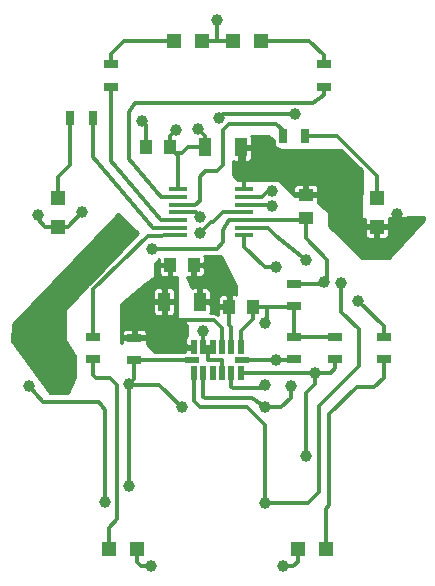
<source format=gtl>
G04 #@! TF.FileFunction,Copper,L1,Top,Signal*
%FSLAX46Y46*%
G04 Gerber Fmt 4.6, Leading zero omitted, Abs format (unit mm)*
G04 Created by KiCad (PCBNEW (2014-11-29 BZR 5307)-product) date 2/1/2015 9:55:14 PM*
%MOMM*%
G01*
G04 APERTURE LIST*
%ADD10C,0.150000*%
%ADD11R,1.600000X0.350000*%
%ADD12R,1.000000X1.250000*%
%ADD13R,1.000000X1.600000*%
%ADD14R,1.250000X1.000000*%
%ADD15R,1.200000X1.200000*%
%ADD16R,1.300000X0.700000*%
%ADD17R,0.700000X1.300000*%
%ADD18R,0.550000X1.145000*%
%ADD19R,1.145000X0.550000*%
%ADD20C,1.000000*%
%ADD21C,0.300000*%
%ADD22C,0.254000*%
G04 APERTURE END LIST*
D10*
D11*
X109200000Y-102550000D03*
X109200000Y-103200000D03*
X109200000Y-103850000D03*
X109200000Y-104500000D03*
X109200000Y-105150000D03*
X109200000Y-105800000D03*
X109200000Y-106450000D03*
X114800000Y-102550000D03*
X114800000Y-103200000D03*
X114800000Y-103850000D03*
X114800000Y-104500000D03*
X114800000Y-105150000D03*
X114800000Y-105800000D03*
X114800000Y-106450000D03*
D12*
X108500000Y-108950000D03*
X110500000Y-108950000D03*
X115500000Y-112500000D03*
X113500000Y-112500000D03*
D13*
X111500000Y-99000000D03*
X114500000Y-99000000D03*
X108000000Y-112075000D03*
X111000000Y-112075000D03*
D14*
X120000000Y-105000000D03*
X120000000Y-103000000D03*
D12*
X108500000Y-99000000D03*
X106500000Y-99000000D03*
D15*
X103300000Y-133000000D03*
X105700000Y-133000000D03*
X99000000Y-103300000D03*
X99000000Y-105700000D03*
X108800000Y-90000000D03*
X111200000Y-90000000D03*
X121700000Y-133000000D03*
X119300000Y-133000000D03*
X126000000Y-103300000D03*
X126000000Y-105700000D03*
X116200000Y-90000000D03*
X113800000Y-90000000D03*
D16*
X119000000Y-115050000D03*
X119000000Y-116950000D03*
X122500000Y-115050000D03*
X122500000Y-116950000D03*
X119000000Y-112450000D03*
X119000000Y-110550000D03*
X102010000Y-115050000D03*
X102010000Y-116950000D03*
D17*
X101950000Y-96500000D03*
X100050000Y-96500000D03*
D16*
X103500000Y-93850000D03*
X103500000Y-91950000D03*
X126600000Y-115050000D03*
X126600000Y-116950000D03*
D17*
X118050000Y-98000000D03*
X119950000Y-98000000D03*
D16*
X121500000Y-93850000D03*
X121500000Y-91950000D03*
X105480000Y-115110000D03*
X105480000Y-117010000D03*
D18*
X114500000Y-115902500D03*
X113700000Y-115902500D03*
X112900000Y-115902500D03*
X112100000Y-115902500D03*
X111300000Y-115902500D03*
X110500000Y-115902500D03*
X114500000Y-118097500D03*
X113700000Y-118097500D03*
X112900000Y-118097500D03*
X112100000Y-118097500D03*
X111300000Y-118097500D03*
X110500000Y-118097500D03*
D19*
X110400000Y-117000000D03*
X114600000Y-117000000D03*
D20*
X123150000Y-100250000D03*
X124400000Y-101450000D03*
X115900000Y-100850000D03*
X101050000Y-104500000D03*
X97300000Y-104750000D03*
X112275000Y-108975000D03*
X112325000Y-111175000D03*
X111300000Y-114550000D03*
X106900000Y-134450000D03*
X118100000Y-134450000D03*
X126950000Y-107750000D03*
X106150000Y-96750000D03*
X127700000Y-104600000D03*
X116500000Y-98900000D03*
X112500000Y-88200000D03*
X110900000Y-97400000D03*
X109500000Y-121000000D03*
X116500000Y-113900000D03*
X116500000Y-119100000D03*
X105000000Y-119000000D03*
X105000000Y-127700000D03*
X98550000Y-115625000D03*
X99310000Y-119180000D03*
X103250000Y-106200000D03*
X105040000Y-106270000D03*
X109000000Y-97500000D03*
X121500000Y-110400000D03*
X106975000Y-107575000D03*
X111050000Y-106225000D03*
X117450000Y-109150000D03*
X117500000Y-117000000D03*
X120800000Y-118100000D03*
X120000000Y-108500000D03*
X120000000Y-125100000D03*
X123000000Y-110500000D03*
X117150000Y-102675000D03*
X116500000Y-129100000D03*
X117100000Y-104000000D03*
X118700000Y-119200000D03*
X116500000Y-121000000D03*
X96600000Y-119200000D03*
X103000000Y-129000000D03*
X119100000Y-96200000D03*
X112670611Y-96499666D03*
X111075000Y-104850000D03*
X124430000Y-111960000D03*
D21*
X120000000Y-101800000D02*
X121550000Y-100250000D01*
X121550000Y-100250000D02*
X123150000Y-100250000D01*
X120000000Y-103000000D02*
X120000000Y-101800000D01*
X114800000Y-100825000D02*
X115875000Y-100825000D01*
X115875000Y-100825000D02*
X115900000Y-100850000D01*
X99000000Y-105700000D02*
X99850000Y-105700000D01*
X99850000Y-105700000D02*
X101050000Y-104500000D01*
X97900000Y-105700000D02*
X97300000Y-105100000D01*
X97300000Y-105100000D02*
X97300000Y-104750000D01*
X99000000Y-105700000D02*
X97900000Y-105700000D01*
X99025000Y-105725000D02*
X99000000Y-105700000D01*
X110500000Y-108950000D02*
X112250000Y-108950000D01*
X112250000Y-108950000D02*
X112275000Y-108975000D01*
X111300000Y-115902500D02*
X111300000Y-114550000D01*
X113500000Y-111200000D02*
X113500000Y-112500000D01*
X113600000Y-111275000D02*
X113500000Y-111200000D01*
X112350000Y-111200000D02*
X113600000Y-111275000D01*
X112325000Y-111175000D02*
X112350000Y-111200000D01*
X105700000Y-134100000D02*
X106050000Y-134450000D01*
X106900000Y-134450000D02*
X106050000Y-134450000D01*
X105700000Y-134100000D02*
X105700000Y-133000000D01*
X119300000Y-133000000D02*
X119300000Y-134100000D01*
X118950000Y-134450000D02*
X118100000Y-134450000D01*
X119300000Y-134100000D02*
X118950000Y-134450000D01*
X126000000Y-105700000D02*
X126000000Y-106800000D01*
X126000000Y-106800000D02*
X126950000Y-107750000D01*
X106500000Y-99000000D02*
X106500000Y-97100000D01*
X106500000Y-97100000D02*
X106150000Y-96750000D01*
X126000000Y-105700000D02*
X127000000Y-105700000D01*
X127700000Y-105000000D02*
X127700000Y-104600000D01*
X127000000Y-105700000D02*
X127700000Y-105000000D01*
X114500000Y-99000000D02*
X116400000Y-99000000D01*
X116400000Y-99000000D02*
X116500000Y-98900000D01*
X112500000Y-90000000D02*
X112500000Y-88200000D01*
X111200000Y-90000000D02*
X112500000Y-90000000D01*
X112500000Y-90000000D02*
X113800000Y-90000000D01*
X112900000Y-118097500D02*
X112900000Y-117000000D01*
X111700000Y-117000000D02*
X111700000Y-115902500D01*
X112000000Y-117000000D02*
X111700000Y-117000000D01*
X112900000Y-117000000D02*
X112000000Y-117000000D01*
X111700000Y-115902500D02*
X111700000Y-116000000D01*
X111700000Y-116000000D02*
X111700000Y-115902500D01*
X113700000Y-115902500D02*
X113700000Y-114200000D01*
X113500000Y-114000000D02*
X113500000Y-112500000D01*
X113700000Y-114200000D02*
X113500000Y-114000000D01*
X111300000Y-115902500D02*
X111700000Y-115902500D01*
X111700000Y-115902500D02*
X112100000Y-115902500D01*
X114800000Y-102550000D02*
X114800000Y-100825000D01*
X114800000Y-100825000D02*
X114800000Y-99300000D01*
X114800000Y-99300000D02*
X114500000Y-99000000D01*
X110500000Y-108950000D02*
X110500000Y-110500000D01*
X110500000Y-110500000D02*
X111000000Y-111000000D01*
X111000000Y-111000000D02*
X111000000Y-112075000D01*
X111500000Y-99000000D02*
X111500000Y-98000000D01*
X111500000Y-98000000D02*
X110900000Y-97400000D01*
X105100000Y-119100000D02*
X105000000Y-119000000D01*
X107600000Y-119100000D02*
X105100000Y-119100000D01*
X109500000Y-121000000D02*
X107600000Y-119100000D01*
X113700000Y-118097500D02*
X113700000Y-119300000D01*
X116700000Y-113700000D02*
X116700000Y-112500000D01*
X116500000Y-113900000D02*
X116700000Y-113700000D01*
X116200002Y-119399998D02*
X116500000Y-119100000D01*
X113799998Y-119399998D02*
X116200002Y-119399998D01*
X113700000Y-119300000D02*
X113799998Y-119399998D01*
X114500000Y-115902500D02*
X114500000Y-114500000D01*
X115500000Y-113500000D02*
X115500000Y-112500000D01*
X114500000Y-114500000D02*
X115500000Y-113500000D01*
X122500000Y-115050000D02*
X119000000Y-115050000D01*
X115500000Y-112500000D02*
X116700000Y-112500000D01*
X116700000Y-112500000D02*
X118950000Y-112500000D01*
X118950000Y-112500000D02*
X119000000Y-112550000D01*
X119000000Y-112550000D02*
X119000000Y-115050000D01*
X109000000Y-99500000D02*
X109500000Y-99500000D01*
X110000000Y-99000000D02*
X109500000Y-99500000D01*
X110000000Y-99000000D02*
X111500000Y-99000000D01*
X109000000Y-99500000D02*
X108500000Y-99000000D01*
X109200000Y-102550000D02*
X109200000Y-99700000D01*
X109200000Y-99700000D02*
X108500000Y-99000000D01*
X105478015Y-118577753D02*
X105480000Y-117010000D01*
X105000000Y-119000000D02*
X105478015Y-118577753D01*
X105000000Y-127700000D02*
X105000000Y-119000000D01*
X98550000Y-115625000D02*
X98300000Y-115875000D01*
X98300000Y-115875000D02*
X98305000Y-115875000D01*
X98305000Y-115875000D02*
X98580000Y-115600000D01*
X103250000Y-106200000D02*
X103320000Y-106270000D01*
X103320000Y-106270000D02*
X105040000Y-106270000D01*
X108500000Y-98000000D02*
X109000000Y-97500000D01*
X108500000Y-99000000D02*
X108500000Y-98000000D01*
X105490000Y-117000000D02*
X105480000Y-117010000D01*
X110400000Y-117000000D02*
X105490000Y-117000000D01*
X121500000Y-110400000D02*
X121550000Y-110450000D01*
X121550000Y-110450000D02*
X121500000Y-110400000D01*
X121500000Y-110400000D02*
X121500000Y-110500000D01*
X119000000Y-110550000D02*
X121450000Y-110550000D01*
X120000000Y-106700000D02*
X120000000Y-105000000D01*
X121800000Y-108500000D02*
X120000000Y-106700000D01*
X121800000Y-110200000D02*
X121800000Y-108500000D01*
X121450000Y-110550000D02*
X121500000Y-110500000D01*
X121500000Y-110500000D02*
X121800000Y-110200000D01*
X114800000Y-105150000D02*
X119850000Y-105150000D01*
X119850000Y-105150000D02*
X120000000Y-105000000D01*
X113500000Y-105150000D02*
X114800000Y-105150000D01*
X113000000Y-106000000D02*
X113500000Y-105150000D01*
X113000000Y-107000000D02*
X113000000Y-106000000D01*
X112475000Y-107575000D02*
X113000000Y-107000000D01*
X113000000Y-107000000D02*
X113000000Y-107000000D01*
X106975000Y-107575000D02*
X112475000Y-107575000D01*
X103300000Y-133000000D02*
X103300000Y-131200000D01*
X104000000Y-130500000D02*
X104000000Y-121025000D01*
X104000000Y-121025000D02*
X104000000Y-121000000D01*
X103300000Y-131200000D02*
X104000000Y-130500000D01*
X102265000Y-118555000D02*
X102000000Y-118290000D01*
X102000000Y-118290000D02*
X102010000Y-116950000D01*
X104000000Y-119150000D02*
X103455000Y-118555000D01*
X103455000Y-118555000D02*
X102755000Y-118555000D01*
X104000000Y-121025000D02*
X104000000Y-119150000D01*
X102755000Y-118555000D02*
X102265000Y-118555000D01*
X100050000Y-96500000D02*
X100050000Y-100450000D01*
X99000000Y-101500000D02*
X99000000Y-103300000D01*
X100050000Y-100450000D02*
X99000000Y-101500000D01*
X108800000Y-90000000D02*
X104600000Y-90000000D01*
X103500000Y-91100000D02*
X103500000Y-91950000D01*
X104600000Y-90000000D02*
X103500000Y-91100000D01*
X121700000Y-133000000D02*
X121700000Y-129600000D01*
X126600000Y-118500000D02*
X126600000Y-116950000D01*
X125800000Y-119300000D02*
X126600000Y-118500000D01*
X124300000Y-119300000D02*
X125800000Y-119300000D01*
X122000000Y-121600000D02*
X124300000Y-119300000D01*
X122000000Y-129300000D02*
X122000000Y-121600000D01*
X121700000Y-129600000D02*
X122000000Y-129300000D01*
X119950000Y-98000000D02*
X122600000Y-98000000D01*
X126000000Y-101400000D02*
X126000000Y-103300000D01*
X122600000Y-98000000D02*
X126000000Y-101400000D01*
X121500000Y-91950000D02*
X121500000Y-91200000D01*
X120300000Y-90000000D02*
X116200000Y-90000000D01*
X121500000Y-91200000D02*
X120300000Y-90000000D01*
X114800000Y-104500000D02*
X112975000Y-104500000D01*
X111950000Y-105325000D02*
X111050000Y-106225000D01*
X112150000Y-105325000D02*
X111950000Y-105325000D01*
X112975000Y-104500000D02*
X112150000Y-105325000D01*
X114800000Y-106450000D02*
X114800000Y-107425000D01*
X116525000Y-109150000D02*
X117450000Y-109150000D01*
X114800000Y-107425000D02*
X116525000Y-109150000D01*
X114600000Y-117000000D02*
X117500000Y-117000000D01*
X117500000Y-117000000D02*
X118950000Y-117000000D01*
X118950000Y-117000000D02*
X119000000Y-116950000D01*
X120000000Y-108500000D02*
X117500000Y-106500000D01*
X117500000Y-106500000D02*
X116800000Y-105800000D01*
X114800000Y-105800000D02*
X116800000Y-105800000D01*
X120000000Y-125100000D02*
X120000000Y-119800000D01*
X120800000Y-119000000D02*
X120800000Y-118100000D01*
X120800000Y-118100000D02*
X120800000Y-118097500D01*
X120000000Y-119800000D02*
X120800000Y-119000000D01*
X114500000Y-118097500D02*
X120800000Y-118097500D01*
X120800000Y-118097500D02*
X122102500Y-118097500D01*
X122102500Y-118097500D02*
X122500000Y-117700000D01*
X122500000Y-117700000D02*
X122500000Y-116950000D01*
X114800000Y-103200000D02*
X116275000Y-103200000D01*
X120200000Y-129100000D02*
X121100000Y-128200000D01*
X121100000Y-128200000D02*
X121100000Y-126400000D01*
X123000000Y-110500000D02*
X123000000Y-112900000D01*
X121100000Y-120900000D02*
X121100000Y-126400000D01*
X124500000Y-117500000D02*
X121100000Y-120900000D01*
X124500000Y-114400000D02*
X124500000Y-117500000D01*
X123000000Y-112900000D02*
X124500000Y-114400000D01*
X120200000Y-129100000D02*
X116500000Y-129100000D01*
X116800000Y-102675000D02*
X117150000Y-102675000D01*
X116275000Y-103200000D02*
X116800000Y-102675000D01*
X110500000Y-120500000D02*
X110500000Y-118097500D01*
X111000000Y-121000000D02*
X110500000Y-120500000D01*
X115000000Y-121000000D02*
X111000000Y-121000000D01*
X116500000Y-122500000D02*
X115000000Y-121000000D01*
X116500000Y-129100000D02*
X116500000Y-122500000D01*
X116500000Y-121000000D02*
X117900000Y-121000000D01*
X117100000Y-104000000D02*
X116950000Y-103850000D01*
X116950000Y-103850000D02*
X114800000Y-103850000D01*
X118700000Y-120200000D02*
X118700000Y-119200000D01*
X117900000Y-121000000D02*
X118700000Y-120200000D01*
X111300000Y-120100000D02*
X111300000Y-118097500D01*
X111500000Y-120200000D02*
X111300000Y-120100000D01*
X115400000Y-120200000D02*
X111500000Y-120200000D01*
X116500000Y-121000000D02*
X115400000Y-120200000D01*
X110500000Y-115902500D02*
X108852500Y-115902500D01*
X108525000Y-115575000D02*
X108525000Y-113625000D01*
X108852500Y-115902500D02*
X108525000Y-115575000D01*
X112900000Y-115902500D02*
X112900000Y-114325000D01*
X108000000Y-113100000D02*
X108000000Y-112075000D01*
X108525000Y-113625000D02*
X108000000Y-113100000D01*
X112200000Y-113625000D02*
X108525000Y-113625000D01*
X112900000Y-114325000D02*
X112200000Y-113625000D01*
X108000000Y-112075000D02*
X108000000Y-111000000D01*
X108500000Y-110500000D02*
X108500000Y-108950000D01*
X108000000Y-111000000D02*
X108500000Y-110500000D01*
X105480000Y-115110000D02*
X105500000Y-113500000D01*
X106700000Y-112075000D02*
X108000000Y-112075000D01*
X105500000Y-113500000D02*
X106700000Y-112075000D01*
X103000000Y-129000000D02*
X103000000Y-121200000D01*
X103000000Y-121200000D02*
X102525000Y-120575000D01*
X102525000Y-120575000D02*
X97725000Y-120575000D01*
X97725000Y-120575000D02*
X96600000Y-119200000D01*
X109200000Y-106450000D02*
X106650000Y-106475000D01*
X102000000Y-110950000D02*
X106600000Y-106475000D01*
X102000000Y-110950000D02*
X102000000Y-115050000D01*
X102010000Y-115050000D02*
X102000000Y-115050000D01*
X109200000Y-105800000D02*
X107100000Y-105800000D01*
X101950000Y-99825000D02*
X101950000Y-96500000D01*
X107100000Y-105800000D02*
X101950000Y-99825000D01*
X109200000Y-105150000D02*
X107700000Y-105150000D01*
X103475000Y-100150000D02*
X103500000Y-94050000D01*
X107700000Y-105150000D02*
X103475000Y-100150000D01*
X103500000Y-94050000D02*
X103550000Y-94000000D01*
X119100000Y-96200000D02*
X112970611Y-96199666D01*
X112970611Y-96199666D02*
X112670611Y-96499666D01*
X109200000Y-104500000D02*
X110725000Y-104500000D01*
X112670611Y-96499666D02*
X112745611Y-96424666D01*
X110725000Y-104500000D02*
X111075000Y-104850000D01*
X126600000Y-114130000D02*
X124430000Y-111960000D01*
X126600000Y-115050000D02*
X126600000Y-114130000D01*
X109200000Y-103850000D02*
X110650000Y-103850000D01*
X117500000Y-97000000D02*
X118050000Y-97550000D01*
X113500000Y-97000000D02*
X117500000Y-97000000D01*
X113000000Y-97500000D02*
X113500000Y-97000000D01*
X113000000Y-100500000D02*
X113000000Y-97500000D01*
X112500000Y-101000000D02*
X113000000Y-100500000D01*
X111500000Y-101000000D02*
X112500000Y-101000000D01*
X111000000Y-101500000D02*
X111500000Y-101000000D01*
X111000000Y-103500000D02*
X111000000Y-101500000D01*
X110650000Y-103850000D02*
X111000000Y-103500000D01*
X118050000Y-97550000D02*
X118050000Y-98000000D01*
X118525000Y-95200000D02*
X120574590Y-95206394D01*
X109200000Y-103200000D02*
X107700000Y-103200000D01*
X105525000Y-95200000D02*
X118525000Y-95200000D01*
X105000000Y-96000000D02*
X105525000Y-95200000D01*
X107700000Y-103200000D02*
X105000000Y-99975000D01*
X105000000Y-99975000D02*
X105000000Y-96000000D01*
X121500000Y-94600000D02*
X121500000Y-93850000D01*
X120574590Y-95206394D02*
X121500000Y-94600000D01*
D22*
G36*
X129973000Y-105150299D02*
X127027000Y-108337774D01*
X127027000Y-106384935D01*
X127027000Y-105929750D01*
X126920250Y-105823000D01*
X126123000Y-105823000D01*
X126123000Y-106620250D01*
X126229750Y-106727000D01*
X126515065Y-106727000D01*
X126684936Y-106727000D01*
X126841876Y-106661993D01*
X126961993Y-106541876D01*
X127027000Y-106384935D01*
X127027000Y-108337774D01*
X126994443Y-108373000D01*
X125877000Y-108373000D01*
X125877000Y-106620250D01*
X125877000Y-105823000D01*
X125079750Y-105823000D01*
X124973000Y-105929750D01*
X124973000Y-106384935D01*
X125038007Y-106541876D01*
X125158124Y-106661993D01*
X125315064Y-106727000D01*
X125484935Y-106727000D01*
X125770250Y-106727000D01*
X125877000Y-106620250D01*
X125877000Y-108373000D01*
X124751305Y-108373000D01*
X121927000Y-105646085D01*
X121927000Y-104437886D01*
X120997991Y-103715323D01*
X121052000Y-103584935D01*
X121052000Y-103229750D01*
X121052000Y-102770250D01*
X121052000Y-102415065D01*
X120986993Y-102258124D01*
X120866876Y-102138007D01*
X120709936Y-102073000D01*
X120540065Y-102073000D01*
X120229750Y-102073000D01*
X120123000Y-102179750D01*
X120123000Y-102877000D01*
X120945250Y-102877000D01*
X121052000Y-102770250D01*
X121052000Y-103229750D01*
X120945250Y-103123000D01*
X120123000Y-103123000D01*
X120123000Y-103143000D01*
X119877000Y-103143000D01*
X119877000Y-103123000D01*
X119877000Y-102877000D01*
X119877000Y-102179750D01*
X119770250Y-102073000D01*
X119459935Y-102073000D01*
X119290064Y-102073000D01*
X119133124Y-102138007D01*
X119013007Y-102258124D01*
X118948000Y-102415065D01*
X118948000Y-102770250D01*
X119054750Y-102877000D01*
X119877000Y-102877000D01*
X119877000Y-103123000D01*
X119057203Y-103123000D01*
X117703870Y-101723000D01*
X115427000Y-101723000D01*
X115427000Y-99884936D01*
X115427000Y-99715065D01*
X115427000Y-99229750D01*
X115320250Y-99123000D01*
X114623000Y-99123000D01*
X114623000Y-100120250D01*
X114729750Y-100227000D01*
X115084935Y-100227000D01*
X115241876Y-100161993D01*
X115361993Y-100041876D01*
X115427000Y-99884936D01*
X115427000Y-101723000D01*
X114295334Y-101723000D01*
X113827000Y-101339817D01*
X113827000Y-100190522D01*
X113915065Y-100227000D01*
X114270250Y-100227000D01*
X114377000Y-100120250D01*
X114377000Y-99123000D01*
X114357000Y-99123000D01*
X114357000Y-98877000D01*
X114377000Y-98877000D01*
X114377000Y-98857000D01*
X114623000Y-98857000D01*
X114623000Y-98877000D01*
X115320250Y-98877000D01*
X115427000Y-98770250D01*
X115427000Y-98284935D01*
X115427000Y-98115064D01*
X115390522Y-98027000D01*
X116808702Y-98027000D01*
X117264635Y-98358588D01*
X117264635Y-98650000D01*
X117273000Y-98693114D01*
X117273000Y-98871906D01*
X117375400Y-98933346D01*
X117390224Y-98955912D01*
X117532132Y-99051700D01*
X117593001Y-99063907D01*
X117864823Y-99227000D01*
X123010998Y-99227000D01*
X124713922Y-100929924D01*
X124671659Y-105029444D01*
X124973000Y-105023758D01*
X124973000Y-105470250D01*
X125079750Y-105577000D01*
X125877000Y-105577000D01*
X125877000Y-105557000D01*
X126123000Y-105557000D01*
X126123000Y-105577000D01*
X126920250Y-105577000D01*
X127027000Y-105470250D01*
X127027000Y-105015065D01*
X127014644Y-104985236D01*
X129973000Y-104929419D01*
X129973000Y-105150299D01*
X129973000Y-105150299D01*
G37*
X129973000Y-105150299D02*
X127027000Y-108337774D01*
X127027000Y-106384935D01*
X127027000Y-105929750D01*
X126920250Y-105823000D01*
X126123000Y-105823000D01*
X126123000Y-106620250D01*
X126229750Y-106727000D01*
X126515065Y-106727000D01*
X126684936Y-106727000D01*
X126841876Y-106661993D01*
X126961993Y-106541876D01*
X127027000Y-106384935D01*
X127027000Y-108337774D01*
X126994443Y-108373000D01*
X125877000Y-108373000D01*
X125877000Y-106620250D01*
X125877000Y-105823000D01*
X125079750Y-105823000D01*
X124973000Y-105929750D01*
X124973000Y-106384935D01*
X125038007Y-106541876D01*
X125158124Y-106661993D01*
X125315064Y-106727000D01*
X125484935Y-106727000D01*
X125770250Y-106727000D01*
X125877000Y-106620250D01*
X125877000Y-108373000D01*
X124751305Y-108373000D01*
X121927000Y-105646085D01*
X121927000Y-104437886D01*
X120997991Y-103715323D01*
X121052000Y-103584935D01*
X121052000Y-103229750D01*
X121052000Y-102770250D01*
X121052000Y-102415065D01*
X120986993Y-102258124D01*
X120866876Y-102138007D01*
X120709936Y-102073000D01*
X120540065Y-102073000D01*
X120229750Y-102073000D01*
X120123000Y-102179750D01*
X120123000Y-102877000D01*
X120945250Y-102877000D01*
X121052000Y-102770250D01*
X121052000Y-103229750D01*
X120945250Y-103123000D01*
X120123000Y-103123000D01*
X120123000Y-103143000D01*
X119877000Y-103143000D01*
X119877000Y-103123000D01*
X119877000Y-102877000D01*
X119877000Y-102179750D01*
X119770250Y-102073000D01*
X119459935Y-102073000D01*
X119290064Y-102073000D01*
X119133124Y-102138007D01*
X119013007Y-102258124D01*
X118948000Y-102415065D01*
X118948000Y-102770250D01*
X119054750Y-102877000D01*
X119877000Y-102877000D01*
X119877000Y-103123000D01*
X119057203Y-103123000D01*
X117703870Y-101723000D01*
X115427000Y-101723000D01*
X115427000Y-99884936D01*
X115427000Y-99715065D01*
X115427000Y-99229750D01*
X115320250Y-99123000D01*
X114623000Y-99123000D01*
X114623000Y-100120250D01*
X114729750Y-100227000D01*
X115084935Y-100227000D01*
X115241876Y-100161993D01*
X115361993Y-100041876D01*
X115427000Y-99884936D01*
X115427000Y-101723000D01*
X114295334Y-101723000D01*
X113827000Y-101339817D01*
X113827000Y-100190522D01*
X113915065Y-100227000D01*
X114270250Y-100227000D01*
X114377000Y-100120250D01*
X114377000Y-99123000D01*
X114357000Y-99123000D01*
X114357000Y-98877000D01*
X114377000Y-98877000D01*
X114377000Y-98857000D01*
X114623000Y-98857000D01*
X114623000Y-98877000D01*
X115320250Y-98877000D01*
X115427000Y-98770250D01*
X115427000Y-98284935D01*
X115427000Y-98115064D01*
X115390522Y-98027000D01*
X116808702Y-98027000D01*
X117264635Y-98358588D01*
X117264635Y-98650000D01*
X117273000Y-98693114D01*
X117273000Y-98871906D01*
X117375400Y-98933346D01*
X117390224Y-98955912D01*
X117532132Y-99051700D01*
X117593001Y-99063907D01*
X117864823Y-99227000D01*
X123010998Y-99227000D01*
X124713922Y-100929924D01*
X124671659Y-105029444D01*
X124973000Y-105023758D01*
X124973000Y-105470250D01*
X125079750Y-105577000D01*
X125877000Y-105577000D01*
X125877000Y-105557000D01*
X126123000Y-105557000D01*
X126123000Y-105577000D01*
X126920250Y-105577000D01*
X127027000Y-105470250D01*
X127027000Y-105015065D01*
X127014644Y-104985236D01*
X129973000Y-104929419D01*
X129973000Y-105150299D01*
G36*
X114123000Y-111463767D02*
X114084935Y-111448000D01*
X113729750Y-111448000D01*
X113623000Y-111554750D01*
X113623000Y-112377000D01*
X113643000Y-112377000D01*
X113643000Y-112623000D01*
X113623000Y-112623000D01*
X113623000Y-112643000D01*
X113377000Y-112643000D01*
X113377000Y-112623000D01*
X113377000Y-112377000D01*
X113377000Y-111554750D01*
X113270250Y-111448000D01*
X112915065Y-111448000D01*
X112758124Y-111513007D01*
X112638007Y-111633124D01*
X112573000Y-111790064D01*
X112573000Y-111959935D01*
X112573000Y-112270250D01*
X112679750Y-112377000D01*
X113377000Y-112377000D01*
X113377000Y-112623000D01*
X112679750Y-112623000D01*
X112573000Y-112729750D01*
X112573000Y-113040065D01*
X112573000Y-113193612D01*
X112420808Y-113091922D01*
X112200000Y-113047999D01*
X112199994Y-113048000D01*
X112014871Y-113048000D01*
X111903238Y-113017300D01*
X111927000Y-112959936D01*
X111927000Y-112790065D01*
X111927000Y-112304750D01*
X111927000Y-111845250D01*
X111927000Y-111359935D01*
X111927000Y-111190064D01*
X111861993Y-111033124D01*
X111741876Y-110913007D01*
X111584935Y-110848000D01*
X111427000Y-110848000D01*
X111427000Y-109659936D01*
X111427000Y-109490065D01*
X111427000Y-109179750D01*
X111320250Y-109073000D01*
X110623000Y-109073000D01*
X110623000Y-109895250D01*
X110729750Y-110002000D01*
X111084935Y-110002000D01*
X111241876Y-109936993D01*
X111361993Y-109816876D01*
X111427000Y-109659936D01*
X111427000Y-110848000D01*
X111229750Y-110848000D01*
X111123000Y-110954750D01*
X111123000Y-111952000D01*
X111820250Y-111952000D01*
X111927000Y-111845250D01*
X111927000Y-112304750D01*
X111820250Y-112198000D01*
X111123000Y-112198000D01*
X111123000Y-112218000D01*
X110877000Y-112218000D01*
X110877000Y-112198000D01*
X110857000Y-112198000D01*
X110857000Y-111952000D01*
X110877000Y-111952000D01*
X110877000Y-110954750D01*
X110770250Y-110848000D01*
X110415065Y-110848000D01*
X110328733Y-110883759D01*
X109961333Y-110002000D01*
X110270250Y-110002000D01*
X110377000Y-109895250D01*
X110377000Y-109073000D01*
X110357000Y-109073000D01*
X110357000Y-108827000D01*
X110377000Y-108827000D01*
X110377000Y-108807000D01*
X110623000Y-108807000D01*
X110623000Y-108827000D01*
X111320250Y-108827000D01*
X111427000Y-108720250D01*
X111427000Y-108409935D01*
X111427000Y-108240064D01*
X111400877Y-108177000D01*
X112797818Y-108177000D01*
X114123000Y-110730987D01*
X114123000Y-111463767D01*
X114123000Y-111463767D01*
G37*
X114123000Y-111463767D02*
X114084935Y-111448000D01*
X113729750Y-111448000D01*
X113623000Y-111554750D01*
X113623000Y-112377000D01*
X113643000Y-112377000D01*
X113643000Y-112623000D01*
X113623000Y-112623000D01*
X113623000Y-112643000D01*
X113377000Y-112643000D01*
X113377000Y-112623000D01*
X113377000Y-112377000D01*
X113377000Y-111554750D01*
X113270250Y-111448000D01*
X112915065Y-111448000D01*
X112758124Y-111513007D01*
X112638007Y-111633124D01*
X112573000Y-111790064D01*
X112573000Y-111959935D01*
X112573000Y-112270250D01*
X112679750Y-112377000D01*
X113377000Y-112377000D01*
X113377000Y-112623000D01*
X112679750Y-112623000D01*
X112573000Y-112729750D01*
X112573000Y-113040065D01*
X112573000Y-113193612D01*
X112420808Y-113091922D01*
X112200000Y-113047999D01*
X112199994Y-113048000D01*
X112014871Y-113048000D01*
X111903238Y-113017300D01*
X111927000Y-112959936D01*
X111927000Y-112790065D01*
X111927000Y-112304750D01*
X111927000Y-111845250D01*
X111927000Y-111359935D01*
X111927000Y-111190064D01*
X111861993Y-111033124D01*
X111741876Y-110913007D01*
X111584935Y-110848000D01*
X111427000Y-110848000D01*
X111427000Y-109659936D01*
X111427000Y-109490065D01*
X111427000Y-109179750D01*
X111320250Y-109073000D01*
X110623000Y-109073000D01*
X110623000Y-109895250D01*
X110729750Y-110002000D01*
X111084935Y-110002000D01*
X111241876Y-109936993D01*
X111361993Y-109816876D01*
X111427000Y-109659936D01*
X111427000Y-110848000D01*
X111229750Y-110848000D01*
X111123000Y-110954750D01*
X111123000Y-111952000D01*
X111820250Y-111952000D01*
X111927000Y-111845250D01*
X111927000Y-112304750D01*
X111820250Y-112198000D01*
X111123000Y-112198000D01*
X111123000Y-112218000D01*
X110877000Y-112218000D01*
X110877000Y-112198000D01*
X110857000Y-112198000D01*
X110857000Y-111952000D01*
X110877000Y-111952000D01*
X110877000Y-110954750D01*
X110770250Y-110848000D01*
X110415065Y-110848000D01*
X110328733Y-110883759D01*
X109961333Y-110002000D01*
X110270250Y-110002000D01*
X110377000Y-109895250D01*
X110377000Y-109073000D01*
X110357000Y-109073000D01*
X110357000Y-108827000D01*
X110377000Y-108827000D01*
X110377000Y-108807000D01*
X110623000Y-108807000D01*
X110623000Y-108827000D01*
X111320250Y-108827000D01*
X111427000Y-108720250D01*
X111427000Y-108409935D01*
X111427000Y-108240064D01*
X111400877Y-108177000D01*
X112797818Y-108177000D01*
X114123000Y-110730987D01*
X114123000Y-111463767D01*
G36*
X110589635Y-116045500D02*
X110377000Y-116045500D01*
X110377000Y-116025500D01*
X109904750Y-116025500D01*
X109798000Y-116132250D01*
X109798000Y-116295358D01*
X109664686Y-116321224D01*
X109623924Y-116348000D01*
X108927000Y-116348000D01*
X108927000Y-112959936D01*
X108927000Y-112790065D01*
X108927000Y-112304750D01*
X108927000Y-111845250D01*
X108927000Y-111359935D01*
X108927000Y-111190064D01*
X108861993Y-111033124D01*
X108741876Y-110913007D01*
X108584935Y-110848000D01*
X108377000Y-110848000D01*
X108377000Y-109895250D01*
X108377000Y-109073000D01*
X107679750Y-109073000D01*
X107573000Y-109179750D01*
X107573000Y-109490065D01*
X107573000Y-109659936D01*
X107638007Y-109816876D01*
X107758124Y-109936993D01*
X107915065Y-110002000D01*
X108270250Y-110002000D01*
X108377000Y-109895250D01*
X108377000Y-110848000D01*
X108229750Y-110848000D01*
X108123000Y-110954750D01*
X108123000Y-111952000D01*
X108820250Y-111952000D01*
X108927000Y-111845250D01*
X108927000Y-112304750D01*
X108820250Y-112198000D01*
X108123000Y-112198000D01*
X108123000Y-113195250D01*
X108229750Y-113302000D01*
X108584935Y-113302000D01*
X108741876Y-113236993D01*
X108861993Y-113116876D01*
X108927000Y-112959936D01*
X108927000Y-116348000D01*
X107877000Y-116348000D01*
X107877000Y-113195250D01*
X107877000Y-112198000D01*
X107877000Y-111952000D01*
X107877000Y-110954750D01*
X107770250Y-110848000D01*
X107415065Y-110848000D01*
X107258124Y-110913007D01*
X107138007Y-111033124D01*
X107073000Y-111190064D01*
X107073000Y-111359935D01*
X107073000Y-111845250D01*
X107179750Y-111952000D01*
X107877000Y-111952000D01*
X107877000Y-112198000D01*
X107179750Y-112198000D01*
X107073000Y-112304750D01*
X107073000Y-112790065D01*
X107073000Y-112959936D01*
X107138007Y-113116876D01*
X107258124Y-113236993D01*
X107415065Y-113302000D01*
X107770250Y-113302000D01*
X107877000Y-113195250D01*
X107877000Y-116348000D01*
X107252605Y-116348000D01*
X106525525Y-115620920D01*
X106557000Y-115544935D01*
X106557000Y-115339750D01*
X106557000Y-114880250D01*
X106557000Y-114675065D01*
X106491993Y-114518124D01*
X106371876Y-114398007D01*
X106214936Y-114333000D01*
X106045065Y-114333000D01*
X105709750Y-114333000D01*
X105603000Y-114439750D01*
X105603000Y-114987000D01*
X106450250Y-114987000D01*
X106557000Y-114880250D01*
X106557000Y-115339750D01*
X106450250Y-115233000D01*
X105603000Y-115233000D01*
X105603000Y-115253000D01*
X105357000Y-115253000D01*
X105357000Y-115233000D01*
X105357000Y-114987000D01*
X105357000Y-114439750D01*
X105250250Y-114333000D01*
X104914935Y-114333000D01*
X104745064Y-114333000D01*
X104588124Y-114398007D01*
X104468007Y-114518124D01*
X104403000Y-114675065D01*
X104403000Y-114880250D01*
X104509750Y-114987000D01*
X105357000Y-114987000D01*
X105357000Y-115233000D01*
X104509750Y-115233000D01*
X104403000Y-115339750D01*
X104403000Y-115523000D01*
X104327000Y-115523000D01*
X104327000Y-112260483D01*
X106404690Y-110573887D01*
X107202000Y-109936039D01*
X107202000Y-108895334D01*
X107573000Y-108441890D01*
X107573000Y-108720250D01*
X107679750Y-108827000D01*
X108377000Y-108827000D01*
X108377000Y-108807000D01*
X108623000Y-108807000D01*
X108623000Y-108827000D01*
X108643000Y-108827000D01*
X108643000Y-109073000D01*
X108623000Y-109073000D01*
X108623000Y-109895250D01*
X108729750Y-110002000D01*
X109084935Y-110002000D01*
X109098000Y-109996588D01*
X109098000Y-113602000D01*
X109562005Y-113602000D01*
X109973000Y-114142783D01*
X109973000Y-114978131D01*
X109863007Y-115088124D01*
X109798000Y-115245065D01*
X109798000Y-115672750D01*
X109904750Y-115779500D01*
X110377000Y-115779500D01*
X110377000Y-115759500D01*
X110589635Y-115759500D01*
X110589635Y-116045500D01*
X110589635Y-116045500D01*
G37*
X110589635Y-116045500D02*
X110377000Y-116045500D01*
X110377000Y-116025500D01*
X109904750Y-116025500D01*
X109798000Y-116132250D01*
X109798000Y-116295358D01*
X109664686Y-116321224D01*
X109623924Y-116348000D01*
X108927000Y-116348000D01*
X108927000Y-112959936D01*
X108927000Y-112790065D01*
X108927000Y-112304750D01*
X108927000Y-111845250D01*
X108927000Y-111359935D01*
X108927000Y-111190064D01*
X108861993Y-111033124D01*
X108741876Y-110913007D01*
X108584935Y-110848000D01*
X108377000Y-110848000D01*
X108377000Y-109895250D01*
X108377000Y-109073000D01*
X107679750Y-109073000D01*
X107573000Y-109179750D01*
X107573000Y-109490065D01*
X107573000Y-109659936D01*
X107638007Y-109816876D01*
X107758124Y-109936993D01*
X107915065Y-110002000D01*
X108270250Y-110002000D01*
X108377000Y-109895250D01*
X108377000Y-110848000D01*
X108229750Y-110848000D01*
X108123000Y-110954750D01*
X108123000Y-111952000D01*
X108820250Y-111952000D01*
X108927000Y-111845250D01*
X108927000Y-112304750D01*
X108820250Y-112198000D01*
X108123000Y-112198000D01*
X108123000Y-113195250D01*
X108229750Y-113302000D01*
X108584935Y-113302000D01*
X108741876Y-113236993D01*
X108861993Y-113116876D01*
X108927000Y-112959936D01*
X108927000Y-116348000D01*
X107877000Y-116348000D01*
X107877000Y-113195250D01*
X107877000Y-112198000D01*
X107877000Y-111952000D01*
X107877000Y-110954750D01*
X107770250Y-110848000D01*
X107415065Y-110848000D01*
X107258124Y-110913007D01*
X107138007Y-111033124D01*
X107073000Y-111190064D01*
X107073000Y-111359935D01*
X107073000Y-111845250D01*
X107179750Y-111952000D01*
X107877000Y-111952000D01*
X107877000Y-112198000D01*
X107179750Y-112198000D01*
X107073000Y-112304750D01*
X107073000Y-112790065D01*
X107073000Y-112959936D01*
X107138007Y-113116876D01*
X107258124Y-113236993D01*
X107415065Y-113302000D01*
X107770250Y-113302000D01*
X107877000Y-113195250D01*
X107877000Y-116348000D01*
X107252605Y-116348000D01*
X106525525Y-115620920D01*
X106557000Y-115544935D01*
X106557000Y-115339750D01*
X106557000Y-114880250D01*
X106557000Y-114675065D01*
X106491993Y-114518124D01*
X106371876Y-114398007D01*
X106214936Y-114333000D01*
X106045065Y-114333000D01*
X105709750Y-114333000D01*
X105603000Y-114439750D01*
X105603000Y-114987000D01*
X106450250Y-114987000D01*
X106557000Y-114880250D01*
X106557000Y-115339750D01*
X106450250Y-115233000D01*
X105603000Y-115233000D01*
X105603000Y-115253000D01*
X105357000Y-115253000D01*
X105357000Y-115233000D01*
X105357000Y-114987000D01*
X105357000Y-114439750D01*
X105250250Y-114333000D01*
X104914935Y-114333000D01*
X104745064Y-114333000D01*
X104588124Y-114398007D01*
X104468007Y-114518124D01*
X104403000Y-114675065D01*
X104403000Y-114880250D01*
X104509750Y-114987000D01*
X105357000Y-114987000D01*
X105357000Y-115233000D01*
X104509750Y-115233000D01*
X104403000Y-115339750D01*
X104403000Y-115523000D01*
X104327000Y-115523000D01*
X104327000Y-112260483D01*
X106404690Y-110573887D01*
X107202000Y-109936039D01*
X107202000Y-108895334D01*
X107573000Y-108441890D01*
X107573000Y-108720250D01*
X107679750Y-108827000D01*
X108377000Y-108827000D01*
X108377000Y-108807000D01*
X108623000Y-108807000D01*
X108623000Y-108827000D01*
X108643000Y-108827000D01*
X108643000Y-109073000D01*
X108623000Y-109073000D01*
X108623000Y-109895250D01*
X108729750Y-110002000D01*
X109084935Y-110002000D01*
X109098000Y-109996588D01*
X109098000Y-113602000D01*
X109562005Y-113602000D01*
X109973000Y-114142783D01*
X109973000Y-114978131D01*
X109863007Y-115088124D01*
X109798000Y-115245065D01*
X109798000Y-115672750D01*
X109904750Y-115779500D01*
X110377000Y-115779500D01*
X110377000Y-115759500D01*
X110589635Y-115759500D01*
X110589635Y-116045500D01*
G36*
X105794972Y-106277923D02*
X102613497Y-109548183D01*
X101597657Y-110536419D01*
X101595363Y-110539750D01*
X101591999Y-110541999D01*
X101531612Y-110632375D01*
X101470014Y-110721871D01*
X101469547Y-110724057D01*
X100508315Y-111712115D01*
X99623000Y-112649508D01*
X99623000Y-115311652D01*
X100472497Y-116660853D01*
X100448349Y-118423671D01*
X99875360Y-119793254D01*
X98363856Y-119797807D01*
X95109407Y-115401360D01*
X95194135Y-113913916D01*
X104073735Y-104619934D01*
X105794972Y-106277923D01*
X105794972Y-106277923D01*
G37*
X105794972Y-106277923D02*
X102613497Y-109548183D01*
X101597657Y-110536419D01*
X101595363Y-110539750D01*
X101591999Y-110541999D01*
X101531612Y-110632375D01*
X101470014Y-110721871D01*
X101469547Y-110724057D01*
X100508315Y-111712115D01*
X99623000Y-112649508D01*
X99623000Y-115311652D01*
X100472497Y-116660853D01*
X100448349Y-118423671D01*
X99875360Y-119793254D01*
X98363856Y-119797807D01*
X95109407Y-115401360D01*
X95194135Y-113913916D01*
X104073735Y-104619934D01*
X105794972Y-106277923D01*
M02*

</source>
